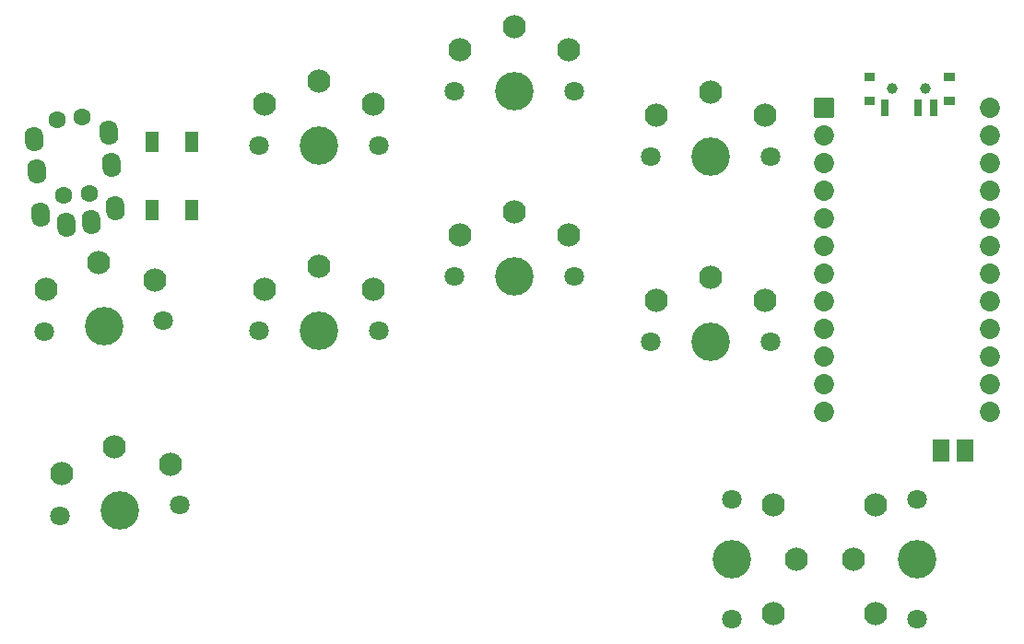
<source format=gbr>
%TF.GenerationSoftware,KiCad,Pcbnew,(6.99.0-906-ga2ca8cf413)*%
%TF.CreationDate,2022-04-09T13:07:01+02:00*%
%TF.ProjectId,tiny20,74696e79-3230-42e6-9b69-6361645f7063,v1.0.0*%
%TF.SameCoordinates,Original*%
%TF.FileFunction,Soldermask,Bot*%
%TF.FilePolarity,Negative*%
%FSLAX46Y46*%
G04 Gerber Fmt 4.6, Leading zero omitted, Abs format (unit mm)*
G04 Created by KiCad (PCBNEW (6.99.0-906-ga2ca8cf413)) date 2022-04-09 13:07:01*
%MOMM*%
%LPD*%
G01*
G04 APERTURE LIST*
G04 Aperture macros list*
%AMRoundRect*
0 Rectangle with rounded corners*
0 $1 Rounding radius*
0 $2 $3 $4 $5 $6 $7 $8 $9 X,Y pos of 4 corners*
0 Add a 4 corners polygon primitive as box body*
4,1,4,$2,$3,$4,$5,$6,$7,$8,$9,$2,$3,0*
0 Add four circle primitives for the rounded corners*
1,1,$1+$1,$2,$3*
1,1,$1+$1,$4,$5*
1,1,$1+$1,$6,$7*
1,1,$1+$1,$8,$9*
0 Add four rect primitives between the rounded corners*
20,1,$1+$1,$2,$3,$4,$5,0*
20,1,$1+$1,$4,$5,$6,$7,0*
20,1,$1+$1,$6,$7,$8,$9,0*
20,1,$1+$1,$8,$9,$2,$3,0*%
%AMHorizOval*
0 Thick line with rounded ends*
0 $1 width*
0 $2 $3 position (X,Y) of the first rounded end (center of the circle)*
0 $4 $5 position (X,Y) of the second rounded end (center of the circle)*
0 Add line between two ends*
20,1,$1,$2,$3,$4,$5,0*
0 Add two circle primitives to create the rounded ends*
1,1,$1,$2,$3*
1,1,$1,$4,$5*%
G04 Aperture macros list end*
%ADD10C,0.100000*%
%ADD11C,1.801800*%
%ADD12C,3.529000*%
%ADD13C,2.132000*%
%ADD14C,1.600000*%
%ADD15HorizOval,1.700000X-0.026147X0.298858X0.026147X-0.298858X0*%
%ADD16C,1.000000*%
%ADD17RoundRect,0.050000X-0.876300X0.876300X-0.876300X-0.876300X0.876300X-0.876300X0.876300X0.876300X0*%
%ADD18C,1.852600*%
%ADD19RoundRect,0.050000X-0.550000X0.900000X-0.550000X-0.900000X0.550000X-0.900000X0.550000X0.900000X0*%
G04 APERTURE END LIST*
D10*
%TO.C,SW01*%
X279467252Y-104497882D02*
X279467252Y-105197882D01*
X279467252Y-105197882D02*
X280367252Y-105197882D01*
X280367252Y-105197882D02*
X280367252Y-104497882D01*
X280367252Y-104497882D02*
X279467252Y-104497882D01*
G36*
X280367252Y-105197882D02*
G01*
X279467252Y-105197882D01*
X279467252Y-104497882D01*
X280367252Y-104497882D01*
X280367252Y-105197882D01*
G37*
X280367252Y-105197882D02*
X279467252Y-105197882D01*
X279467252Y-104497882D01*
X280367252Y-104497882D01*
X280367252Y-105197882D01*
X279467252Y-102297882D02*
X279467252Y-102997882D01*
X279467252Y-102997882D02*
X280367252Y-102997882D01*
X280367252Y-102997882D02*
X280367252Y-102297882D01*
X280367252Y-102297882D02*
X279467252Y-102297882D01*
G36*
X280367252Y-102997882D02*
G01*
X279467252Y-102997882D01*
X279467252Y-102297882D01*
X280367252Y-102297882D01*
X280367252Y-102997882D01*
G37*
X280367252Y-102997882D02*
X279467252Y-102997882D01*
X279467252Y-102297882D01*
X280367252Y-102297882D01*
X280367252Y-102997882D01*
X278217252Y-104797882D02*
X278217252Y-106197882D01*
X278217252Y-106197882D02*
X278817252Y-106197882D01*
X278817252Y-106197882D02*
X278817252Y-104797882D01*
X278817252Y-104797882D02*
X278217252Y-104797882D01*
G36*
X278817252Y-106197882D02*
G01*
X278217252Y-106197882D01*
X278217252Y-104797882D01*
X278817252Y-104797882D01*
X278817252Y-106197882D01*
G37*
X278817252Y-106197882D02*
X278217252Y-106197882D01*
X278217252Y-104797882D01*
X278817252Y-104797882D01*
X278817252Y-106197882D01*
X276717252Y-104797882D02*
X276717252Y-106197882D01*
X276717252Y-106197882D02*
X277317252Y-106197882D01*
X277317252Y-106197882D02*
X277317252Y-104797882D01*
X277317252Y-104797882D02*
X276717252Y-104797882D01*
G36*
X277317252Y-106197882D02*
G01*
X276717252Y-106197882D01*
X276717252Y-104797882D01*
X277317252Y-104797882D01*
X277317252Y-106197882D01*
G37*
X277317252Y-106197882D02*
X276717252Y-106197882D01*
X276717252Y-104797882D01*
X277317252Y-104797882D01*
X277317252Y-106197882D01*
X273717252Y-104797882D02*
X273717252Y-106197882D01*
X273717252Y-106197882D02*
X274317252Y-106197882D01*
X274317252Y-106197882D02*
X274317252Y-104797882D01*
X274317252Y-104797882D02*
X273717252Y-104797882D01*
G36*
X274317252Y-106197882D02*
G01*
X273717252Y-106197882D01*
X273717252Y-104797882D01*
X274317252Y-104797882D01*
X274317252Y-106197882D01*
G37*
X274317252Y-106197882D02*
X273717252Y-106197882D01*
X273717252Y-104797882D01*
X274317252Y-104797882D01*
X274317252Y-106197882D01*
X272167252Y-104497882D02*
X272167252Y-105197882D01*
X272167252Y-105197882D02*
X273067252Y-105197882D01*
X273067252Y-105197882D02*
X273067252Y-104497882D01*
X273067252Y-104497882D02*
X272167252Y-104497882D01*
G36*
X273067252Y-105197882D02*
G01*
X272167252Y-105197882D01*
X272167252Y-104497882D01*
X273067252Y-104497882D01*
X273067252Y-105197882D01*
G37*
X273067252Y-105197882D02*
X272167252Y-105197882D01*
X272167252Y-104497882D01*
X273067252Y-104497882D01*
X273067252Y-105197882D01*
X272167252Y-102297882D02*
X272167252Y-102997882D01*
X272167252Y-102997882D02*
X273067252Y-102997882D01*
X273067252Y-102997882D02*
X273067252Y-102297882D01*
X273067252Y-102297882D02*
X272167252Y-102297882D01*
G36*
X273067252Y-102997882D02*
G01*
X272167252Y-102997882D01*
X272167252Y-102297882D01*
X273067252Y-102297882D01*
X273067252Y-102997882D01*
G37*
X273067252Y-102997882D02*
X272167252Y-102997882D01*
X272167252Y-102297882D01*
X273067252Y-102297882D01*
X273067252Y-102997882D01*
%TO.C,BT01*%
X282075813Y-137987881D02*
X282075813Y-135987881D01*
X282075813Y-135987881D02*
X280675813Y-135987881D01*
X280675813Y-135987881D02*
X280675813Y-137987881D01*
X280675813Y-137987881D02*
X282075813Y-137987881D01*
G36*
X282075813Y-137987881D02*
G01*
X280675813Y-137987881D01*
X280675813Y-135987881D01*
X282075813Y-135987881D01*
X282075813Y-137987881D01*
G37*
X282075813Y-137987881D02*
X280675813Y-137987881D01*
X280675813Y-135987881D01*
X282075813Y-135987881D01*
X282075813Y-137987881D01*
X279877255Y-137987881D02*
X279877255Y-135987881D01*
X279877255Y-135987881D02*
X278477255Y-135987881D01*
X278477255Y-135987881D02*
X278477255Y-137987881D01*
X278477255Y-137987881D02*
X279877255Y-137987881D01*
G36*
X279877255Y-137987881D02*
G01*
X278477255Y-137987881D01*
X278477255Y-135987881D01*
X279877255Y-135987881D01*
X279877255Y-137987881D01*
G37*
X279877255Y-137987881D02*
X278477255Y-137987881D01*
X278477255Y-135987881D01*
X279877255Y-135987881D01*
X279877255Y-137987881D01*
%TD*%
D11*
%TO.C,S3*%
X216530147Y-125990773D03*
D12*
X222030147Y-125990773D03*
D11*
X227530147Y-125990773D03*
D13*
X217030147Y-122190773D03*
X227030147Y-122190773D03*
X222030147Y-120090773D03*
X222030147Y-120090773D03*
%TD*%
D11*
%TO.C,S9*%
X260030146Y-141490776D03*
D12*
X260030146Y-146990776D03*
D11*
X260030146Y-152490776D03*
D13*
X263830146Y-141990776D03*
X263830146Y-151990776D03*
X265930146Y-146990776D03*
X265930146Y-146990776D03*
%TD*%
D11*
%TO.C,S7*%
X252530146Y-126990772D03*
D12*
X258030146Y-126990772D03*
D11*
X263530146Y-126990772D03*
D13*
X253030146Y-123190772D03*
X263030146Y-123190772D03*
X258030146Y-121090772D03*
X258030146Y-121090772D03*
%TD*%
D11*
%TO.C,S4*%
X216530147Y-108990773D03*
D12*
X222030147Y-108990773D03*
D11*
X227530147Y-108990773D03*
D13*
X217030147Y-105190773D03*
X227030147Y-105190773D03*
X222030147Y-103090773D03*
X222030147Y-103090773D03*
%TD*%
D11*
%TO.C,S6*%
X234530147Y-103990775D03*
D12*
X240030147Y-103990775D03*
D11*
X245530147Y-103990775D03*
D13*
X235030147Y-100190775D03*
X245030147Y-100190775D03*
X240030147Y-98090775D03*
X240030147Y-98090775D03*
%TD*%
D11*
%TO.C,S1*%
X198312441Y-143004483D03*
D12*
X203791512Y-142525126D03*
D11*
X209270583Y-142045769D03*
D13*
X198479347Y-139175365D03*
X208441294Y-138303807D03*
X203277293Y-136647577D03*
X203277293Y-136647577D03*
%TD*%
D11*
%TO.C,S8*%
X252530147Y-109990774D03*
D12*
X258030147Y-109990774D03*
D11*
X263530147Y-109990774D03*
D13*
X253030147Y-106190774D03*
X263030147Y-106190774D03*
X258030147Y-104090774D03*
X258030147Y-104090774D03*
%TD*%
D14*
%TO.C,REF\u002A\u002A*%
X198037651Y-106589861D03*
X198647741Y-113563224D03*
X200328898Y-106389403D03*
X200938989Y-113362766D03*
D15*
X198883060Y-116252949D03*
X201174308Y-116052490D03*
X196495941Y-115357593D03*
X203369685Y-114756218D03*
X196147318Y-111372814D03*
X203021062Y-110771439D03*
X195885851Y-108384230D03*
X202759594Y-107782855D03*
%TD*%
D11*
%TO.C,S2*%
X196830792Y-126069171D03*
D12*
X202309863Y-125589814D03*
D11*
X207788934Y-125110457D03*
D13*
X196997698Y-122240053D03*
X206959645Y-121368495D03*
X201795644Y-119712265D03*
X201795644Y-119712265D03*
%TD*%
D16*
%TO.C,SW01*%
X277767252Y-103747882D03*
X277767252Y-103747882D03*
X274767252Y-103747882D03*
X274767252Y-103747882D03*
%TD*%
D17*
%TO.C,MCU1*%
X268460146Y-105520774D03*
D18*
X268460146Y-108060774D03*
X268460146Y-110600774D03*
X268460146Y-113140774D03*
X268460146Y-115680774D03*
X268460146Y-118220774D03*
X268460146Y-120760774D03*
X268460146Y-123300774D03*
X268460146Y-125840774D03*
X268460146Y-128380774D03*
X268460146Y-130920774D03*
X268460146Y-133460774D03*
X283700146Y-105520774D03*
X283700146Y-108060774D03*
X283700146Y-110600774D03*
X283700146Y-113140774D03*
X283700146Y-115680774D03*
X283700146Y-118220774D03*
X283700146Y-120760774D03*
X283700146Y-123300774D03*
X283700146Y-125840774D03*
X283700146Y-128380774D03*
X283700146Y-130920774D03*
X283700146Y-133460774D03*
%TD*%
D11*
%TO.C,S10*%
X277030146Y-152490773D03*
D12*
X277030146Y-146990773D03*
D11*
X277030146Y-141490773D03*
D13*
X273230146Y-151990773D03*
X273230146Y-141990773D03*
X271130146Y-146990773D03*
X271130146Y-146990773D03*
%TD*%
D11*
%TO.C,S5*%
X234530145Y-120990774D03*
D12*
X240030145Y-120990774D03*
D11*
X245530145Y-120990774D03*
D13*
X235030145Y-117190774D03*
X245030145Y-117190774D03*
X240030145Y-115090774D03*
X240030145Y-115090774D03*
%TD*%
D19*
%TO.C,B2*%
X206703309Y-108682746D03*
X206703309Y-114882746D03*
X210403309Y-108682746D03*
X210403309Y-114882746D03*
%TD*%
M02*

</source>
